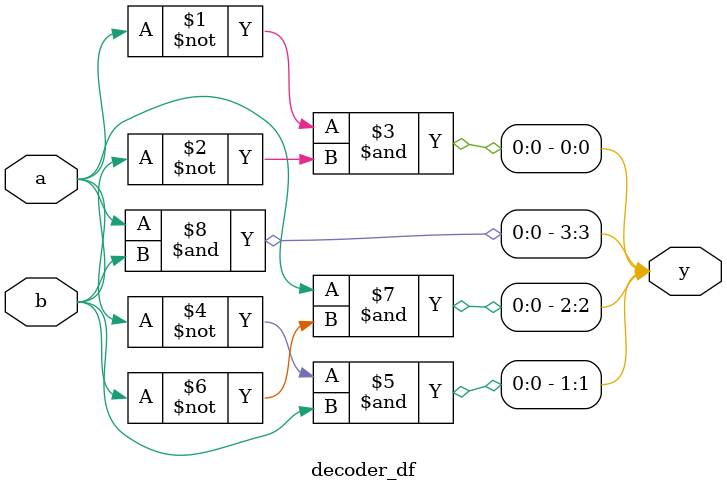
<source format=v>
module decoder_df(a,b,y);
input a,b;
output [3:0] y;
assign y[0] = (~a) & (~b);
assign y[1] = (~a) & (b);
assign y[2] = (a) & (~b);
assign y[3] = (a) & (b);
endmodule 

</source>
